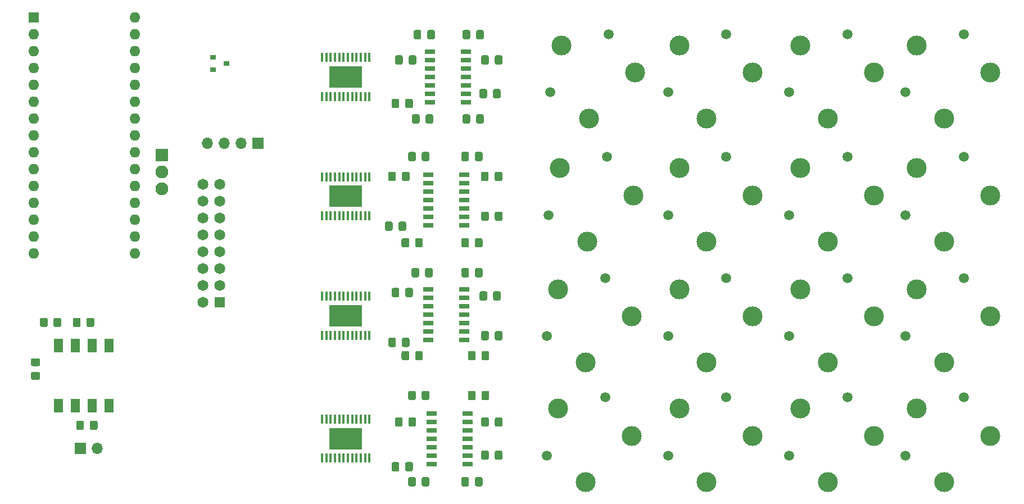
<source format=gbr>
%TF.GenerationSoftware,KiCad,Pcbnew,(5.1.7)-1*%
%TF.CreationDate,2021-02-27T14:43:54+01:00*%
%TF.ProjectId,MidiToCV,4d696469-546f-4435-962e-6b696361645f,rev?*%
%TF.SameCoordinates,Original*%
%TF.FileFunction,Soldermask,Top*%
%TF.FilePolarity,Negative*%
%FSLAX46Y46*%
G04 Gerber Fmt 4.6, Leading zero omitted, Abs format (unit mm)*
G04 Created by KiCad (PCBNEW (5.1.7)-1) date 2021-02-27 14:43:54*
%MOMM*%
%LPD*%
G01*
G04 APERTURE LIST*
%ADD10O,1.600000X1.600000*%
%ADD11R,1.600000X1.600000*%
%ADD12R,1.450000X2.100000*%
%ADD13O,1.700000X1.700000*%
%ADD14R,1.700000X1.700000*%
%ADD15C,1.500000*%
%ADD16C,3.000000*%
%ADD17C,1.935000*%
%ADD18R,1.935000X1.935000*%
%ADD19C,1.650000*%
%ADD20R,1.650000X1.650000*%
%ADD21R,0.900000X0.800000*%
%ADD22R,0.450000X1.475000*%
%ADD23R,5.020000X3.250000*%
%ADD24R,1.525000X0.650000*%
G04 APERTURE END LIST*
D10*
%TO.C,A1*%
X55240000Y-53560000D03*
X40000000Y-53560000D03*
X55240000Y-18000000D03*
X40000000Y-51020000D03*
X55240000Y-20540000D03*
X40000000Y-48480000D03*
X55240000Y-23080000D03*
X40000000Y-45940000D03*
X55240000Y-25620000D03*
X40000000Y-43400000D03*
X55240000Y-28160000D03*
X40000000Y-40860000D03*
X55240000Y-30700000D03*
X40000000Y-38320000D03*
X55240000Y-33240000D03*
X40000000Y-35780000D03*
X55240000Y-35780000D03*
X40000000Y-33240000D03*
X55240000Y-38320000D03*
X40000000Y-30700000D03*
X55240000Y-40860000D03*
X40000000Y-28160000D03*
X55240000Y-43400000D03*
X40000000Y-25620000D03*
X55240000Y-45940000D03*
X40000000Y-23080000D03*
X55240000Y-48480000D03*
X40000000Y-20540000D03*
X55240000Y-51020000D03*
D11*
X40000000Y-18000000D03*
%TD*%
D12*
%TO.C,U4*%
X43690000Y-67450000D03*
X46230000Y-67450000D03*
X48770000Y-67450000D03*
X51310000Y-67450000D03*
X51310000Y-76550000D03*
X48770000Y-76550000D03*
X46230000Y-76550000D03*
X43690000Y-76550000D03*
%TD*%
D13*
%TO.C,J19*%
X66130000Y-37000000D03*
X68670000Y-37000000D03*
X71210000Y-37000000D03*
D14*
X73750000Y-37000000D03*
%TD*%
D15*
%TO.C,J8*%
X171290000Y-47820000D03*
D16*
X177110000Y-51800000D03*
X184050000Y-44860000D03*
D15*
X180070000Y-39040000D03*
D16*
X173000000Y-40750000D03*
%TD*%
D15*
%TO.C,J16*%
X171290000Y-84070000D03*
D16*
X177110000Y-88050000D03*
X184050000Y-81110000D03*
D15*
X180070000Y-75290000D03*
D16*
X173000000Y-77000000D03*
%TD*%
D15*
%TO.C,J15*%
X153790000Y-84070000D03*
D16*
X159610000Y-88050000D03*
X166550000Y-81110000D03*
D15*
X162570000Y-75290000D03*
D16*
X155500000Y-77000000D03*
%TD*%
D15*
%TO.C,J13*%
X117290000Y-84070000D03*
D16*
X123110000Y-88050000D03*
X130050000Y-81110000D03*
D15*
X126070000Y-75290000D03*
D16*
X119000000Y-77000000D03*
%TD*%
D15*
%TO.C,J12*%
X171290000Y-66070000D03*
D16*
X177110000Y-70050000D03*
X184050000Y-63110000D03*
D15*
X180070000Y-57290000D03*
D16*
X173000000Y-59000000D03*
%TD*%
D15*
%TO.C,J11*%
X153790000Y-66070000D03*
D16*
X159610000Y-70050000D03*
X166550000Y-63110000D03*
D15*
X162570000Y-57290000D03*
D16*
X155500000Y-59000000D03*
%TD*%
D15*
%TO.C,J9*%
X117290000Y-66070000D03*
D16*
X123110000Y-70050000D03*
X130050000Y-63110000D03*
D15*
X126070000Y-57290000D03*
D16*
X119000000Y-59000000D03*
%TD*%
D15*
%TO.C,J7*%
X153790000Y-47820000D03*
D16*
X159610000Y-51800000D03*
X166550000Y-44860000D03*
D15*
X162570000Y-39040000D03*
D16*
X155500000Y-40750000D03*
%TD*%
D15*
%TO.C,J5*%
X117540000Y-47820000D03*
D16*
X123360000Y-51800000D03*
X130300000Y-44860000D03*
D15*
X126320000Y-39040000D03*
D16*
X119250000Y-40750000D03*
%TD*%
D15*
%TO.C,J4*%
X171290000Y-29320000D03*
D16*
X177110000Y-33300000D03*
X184050000Y-26360000D03*
D15*
X180070000Y-20540000D03*
D16*
X173000000Y-22250000D03*
%TD*%
D15*
%TO.C,J1*%
X117790000Y-29320000D03*
D16*
X123610000Y-33300000D03*
X130550000Y-26360000D03*
D15*
X126570000Y-20540000D03*
D16*
X119500000Y-22250000D03*
%TD*%
D15*
%TO.C,J3*%
X153790000Y-29320000D03*
D16*
X159610000Y-33300000D03*
X166550000Y-26360000D03*
D15*
X162570000Y-20540000D03*
D16*
X155500000Y-22250000D03*
%TD*%
D17*
%TO.C,Q1*%
X59250000Y-43830000D03*
X59250000Y-41290000D03*
D18*
X59250000Y-38750000D03*
%TD*%
%TO.C,R34*%
G36*
G01*
X47050000Y-63549999D02*
X47050000Y-64450001D01*
G75*
G02*
X46800001Y-64700000I-249999J0D01*
G01*
X46149999Y-64700000D01*
G75*
G02*
X45900000Y-64450001I0J249999D01*
G01*
X45900000Y-63549999D01*
G75*
G02*
X46149999Y-63300000I249999J0D01*
G01*
X46800001Y-63300000D01*
G75*
G02*
X47050000Y-63549999I0J-249999D01*
G01*
G37*
G36*
G01*
X49100000Y-63549999D02*
X49100000Y-64450001D01*
G75*
G02*
X48850001Y-64700000I-249999J0D01*
G01*
X48199999Y-64700000D01*
G75*
G02*
X47950000Y-64450001I0J249999D01*
G01*
X47950000Y-63549999D01*
G75*
G02*
X48199999Y-63300000I249999J0D01*
G01*
X48850001Y-63300000D01*
G75*
G02*
X49100000Y-63549999I0J-249999D01*
G01*
G37*
%TD*%
%TO.C,R33*%
G36*
G01*
X40700001Y-70575000D02*
X39799999Y-70575000D01*
G75*
G02*
X39550000Y-70325001I0J249999D01*
G01*
X39550000Y-69674999D01*
G75*
G02*
X39799999Y-69425000I249999J0D01*
G01*
X40700001Y-69425000D01*
G75*
G02*
X40950000Y-69674999I0J-249999D01*
G01*
X40950000Y-70325001D01*
G75*
G02*
X40700001Y-70575000I-249999J0D01*
G01*
G37*
G36*
G01*
X40700001Y-72625000D02*
X39799999Y-72625000D01*
G75*
G02*
X39550000Y-72375001I0J249999D01*
G01*
X39550000Y-71724999D01*
G75*
G02*
X39799999Y-71475000I249999J0D01*
G01*
X40700001Y-71475000D01*
G75*
G02*
X40950000Y-71724999I0J-249999D01*
G01*
X40950000Y-72375001D01*
G75*
G02*
X40700001Y-72625000I-249999J0D01*
G01*
G37*
%TD*%
D13*
%TO.C,J18*%
X49540000Y-83000000D03*
D14*
X47000000Y-83000000D03*
%TD*%
D19*
%TO.C,J17*%
X65460000Y-43220000D03*
X68000000Y-43220000D03*
X65460000Y-45760000D03*
X68000000Y-45760000D03*
X65460000Y-48300000D03*
X68000000Y-48300000D03*
X65460000Y-50840000D03*
X68000000Y-50840000D03*
X65460000Y-53380000D03*
X68000000Y-53380000D03*
X65460000Y-55920000D03*
X68000000Y-55920000D03*
X65460000Y-58460000D03*
X68000000Y-58460000D03*
X65460000Y-61000000D03*
D20*
X68000000Y-61000000D03*
%TD*%
%TO.C,D1*%
G36*
G01*
X48450000Y-79950001D02*
X48450000Y-79049999D01*
G75*
G02*
X48699999Y-78800000I249999J0D01*
G01*
X49350001Y-78800000D01*
G75*
G02*
X49600000Y-79049999I0J-249999D01*
G01*
X49600000Y-79950001D01*
G75*
G02*
X49350001Y-80200000I-249999J0D01*
G01*
X48699999Y-80200000D01*
G75*
G02*
X48450000Y-79950001I0J249999D01*
G01*
G37*
G36*
G01*
X46400000Y-79950001D02*
X46400000Y-79049999D01*
G75*
G02*
X46649999Y-78800000I249999J0D01*
G01*
X47300001Y-78800000D01*
G75*
G02*
X47550000Y-79049999I0J-249999D01*
G01*
X47550000Y-79950001D01*
G75*
G02*
X47300001Y-80200000I-249999J0D01*
G01*
X46649999Y-80200000D01*
G75*
G02*
X46400000Y-79950001I0J249999D01*
G01*
G37*
%TD*%
%TO.C,C1*%
G36*
G01*
X42975000Y-64450001D02*
X42975000Y-63549999D01*
G75*
G02*
X43224999Y-63300000I249999J0D01*
G01*
X43875001Y-63300000D01*
G75*
G02*
X44125000Y-63549999I0J-249999D01*
G01*
X44125000Y-64450001D01*
G75*
G02*
X43875001Y-64700000I-249999J0D01*
G01*
X43224999Y-64700000D01*
G75*
G02*
X42975000Y-64450001I0J249999D01*
G01*
G37*
G36*
G01*
X40925000Y-64450001D02*
X40925000Y-63549999D01*
G75*
G02*
X41174999Y-63300000I249999J0D01*
G01*
X41825001Y-63300000D01*
G75*
G02*
X42075000Y-63549999I0J-249999D01*
G01*
X42075000Y-64450001D01*
G75*
G02*
X41825001Y-64700000I-249999J0D01*
G01*
X41174999Y-64700000D01*
G75*
G02*
X40925000Y-64450001I0J249999D01*
G01*
G37*
%TD*%
D21*
%TO.C,U2*%
X69000000Y-25000000D03*
X67000000Y-25950000D03*
X67000000Y-24050000D03*
%TD*%
D22*
%TO.C,IC4*%
X90575000Y-78562000D03*
X89925000Y-78562000D03*
X89275000Y-78562000D03*
X88625000Y-78562000D03*
X87975000Y-78562000D03*
X87325000Y-78562000D03*
X86675000Y-78562000D03*
X86025000Y-78562000D03*
X85375000Y-78562000D03*
X84725000Y-78562000D03*
X84075000Y-78562000D03*
X83425000Y-78562000D03*
X83425000Y-84438000D03*
X84075000Y-84438000D03*
X84725000Y-84438000D03*
X85375000Y-84438000D03*
X86025000Y-84438000D03*
X86675000Y-84438000D03*
X87325000Y-84438000D03*
X87975000Y-84438000D03*
X88625000Y-84438000D03*
X89275000Y-84438000D03*
X89925000Y-84438000D03*
X90575000Y-84438000D03*
D23*
X87000000Y-81500000D03*
%TD*%
D22*
%TO.C,IC3*%
X90575000Y-60062000D03*
X89925000Y-60062000D03*
X89275000Y-60062000D03*
X88625000Y-60062000D03*
X87975000Y-60062000D03*
X87325000Y-60062000D03*
X86675000Y-60062000D03*
X86025000Y-60062000D03*
X85375000Y-60062000D03*
X84725000Y-60062000D03*
X84075000Y-60062000D03*
X83425000Y-60062000D03*
X83425000Y-65938000D03*
X84075000Y-65938000D03*
X84725000Y-65938000D03*
X85375000Y-65938000D03*
X86025000Y-65938000D03*
X86675000Y-65938000D03*
X87325000Y-65938000D03*
X87975000Y-65938000D03*
X88625000Y-65938000D03*
X89275000Y-65938000D03*
X89925000Y-65938000D03*
X90575000Y-65938000D03*
D23*
X87000000Y-63000000D03*
%TD*%
D22*
%TO.C,IC2*%
X90575000Y-42062000D03*
X89925000Y-42062000D03*
X89275000Y-42062000D03*
X88625000Y-42062000D03*
X87975000Y-42062000D03*
X87325000Y-42062000D03*
X86675000Y-42062000D03*
X86025000Y-42062000D03*
X85375000Y-42062000D03*
X84725000Y-42062000D03*
X84075000Y-42062000D03*
X83425000Y-42062000D03*
X83425000Y-47938000D03*
X84075000Y-47938000D03*
X84725000Y-47938000D03*
X85375000Y-47938000D03*
X86025000Y-47938000D03*
X86675000Y-47938000D03*
X87325000Y-47938000D03*
X87975000Y-47938000D03*
X88625000Y-47938000D03*
X89275000Y-47938000D03*
X89925000Y-47938000D03*
X90575000Y-47938000D03*
D23*
X87000000Y-45000000D03*
%TD*%
D22*
%TO.C,IC1*%
X90575000Y-24062000D03*
X89925000Y-24062000D03*
X89275000Y-24062000D03*
X88625000Y-24062000D03*
X87975000Y-24062000D03*
X87325000Y-24062000D03*
X86675000Y-24062000D03*
X86025000Y-24062000D03*
X85375000Y-24062000D03*
X84725000Y-24062000D03*
X84075000Y-24062000D03*
X83425000Y-24062000D03*
X83425000Y-29938000D03*
X84075000Y-29938000D03*
X84725000Y-29938000D03*
X85375000Y-29938000D03*
X86025000Y-29938000D03*
X86675000Y-29938000D03*
X87325000Y-29938000D03*
X87975000Y-29938000D03*
X88625000Y-29938000D03*
X89275000Y-29938000D03*
X89925000Y-29938000D03*
X90575000Y-29938000D03*
D23*
X87000000Y-27000000D03*
%TD*%
D24*
%TO.C,U7*%
X99893000Y-77705000D03*
X99893000Y-78975000D03*
X99893000Y-80245000D03*
X99893000Y-81515000D03*
X99893000Y-82785000D03*
X99893000Y-84055000D03*
X99893000Y-85325000D03*
X105317000Y-85325000D03*
X105317000Y-84055000D03*
X105317000Y-82785000D03*
X105317000Y-81515000D03*
X105317000Y-80245000D03*
X105317000Y-78975000D03*
X105317000Y-77705000D03*
%TD*%
%TO.C,U5*%
X99413000Y-58975000D03*
X99413000Y-60245000D03*
X99413000Y-61515000D03*
X99413000Y-62785000D03*
X99413000Y-64055000D03*
X99413000Y-65325000D03*
X99413000Y-66595000D03*
X104837000Y-66595000D03*
X104837000Y-65325000D03*
X104837000Y-64055000D03*
X104837000Y-62785000D03*
X104837000Y-61515000D03*
X104837000Y-60245000D03*
X104837000Y-58975000D03*
%TD*%
%TO.C,U3*%
X99413000Y-41705000D03*
X99413000Y-42975000D03*
X99413000Y-44245000D03*
X99413000Y-45515000D03*
X99413000Y-46785000D03*
X99413000Y-48055000D03*
X99413000Y-49325000D03*
X104837000Y-49325000D03*
X104837000Y-48055000D03*
X104837000Y-46785000D03*
X104837000Y-45515000D03*
X104837000Y-44245000D03*
X104837000Y-42975000D03*
X104837000Y-41705000D03*
%TD*%
%TO.C,R32*%
G36*
G01*
X108550000Y-83549999D02*
X108550000Y-84450001D01*
G75*
G02*
X108300001Y-84700000I-249999J0D01*
G01*
X107649999Y-84700000D01*
G75*
G02*
X107400000Y-84450001I0J249999D01*
G01*
X107400000Y-83549999D01*
G75*
G02*
X107649999Y-83300000I249999J0D01*
G01*
X108300001Y-83300000D01*
G75*
G02*
X108550000Y-83549999I0J-249999D01*
G01*
G37*
G36*
G01*
X110600000Y-83549999D02*
X110600000Y-84450001D01*
G75*
G02*
X110350001Y-84700000I-249999J0D01*
G01*
X109699999Y-84700000D01*
G75*
G02*
X109450000Y-84450001I0J249999D01*
G01*
X109450000Y-83549999D01*
G75*
G02*
X109699999Y-83300000I249999J0D01*
G01*
X110350001Y-83300000D01*
G75*
G02*
X110600000Y-83549999I0J-249999D01*
G01*
G37*
%TD*%
%TO.C,R31*%
G36*
G01*
X109450000Y-79450001D02*
X109450000Y-78549999D01*
G75*
G02*
X109699999Y-78300000I249999J0D01*
G01*
X110350001Y-78300000D01*
G75*
G02*
X110600000Y-78549999I0J-249999D01*
G01*
X110600000Y-79450001D01*
G75*
G02*
X110350001Y-79700000I-249999J0D01*
G01*
X109699999Y-79700000D01*
G75*
G02*
X109450000Y-79450001I0J249999D01*
G01*
G37*
G36*
G01*
X107400000Y-79450001D02*
X107400000Y-78549999D01*
G75*
G02*
X107649999Y-78300000I249999J0D01*
G01*
X108300001Y-78300000D01*
G75*
G02*
X108550000Y-78549999I0J-249999D01*
G01*
X108550000Y-79450001D01*
G75*
G02*
X108300001Y-79700000I-249999J0D01*
G01*
X107649999Y-79700000D01*
G75*
G02*
X107400000Y-79450001I0J249999D01*
G01*
G37*
%TD*%
%TO.C,R30*%
G36*
G01*
X106450000Y-88450001D02*
X106450000Y-87549999D01*
G75*
G02*
X106699999Y-87300000I249999J0D01*
G01*
X107350001Y-87300000D01*
G75*
G02*
X107600000Y-87549999I0J-249999D01*
G01*
X107600000Y-88450001D01*
G75*
G02*
X107350001Y-88700000I-249999J0D01*
G01*
X106699999Y-88700000D01*
G75*
G02*
X106450000Y-88450001I0J249999D01*
G01*
G37*
G36*
G01*
X104400000Y-88450001D02*
X104400000Y-87549999D01*
G75*
G02*
X104649999Y-87300000I249999J0D01*
G01*
X105300001Y-87300000D01*
G75*
G02*
X105550000Y-87549999I0J-249999D01*
G01*
X105550000Y-88450001D01*
G75*
G02*
X105300001Y-88700000I-249999J0D01*
G01*
X104649999Y-88700000D01*
G75*
G02*
X104400000Y-88450001I0J249999D01*
G01*
G37*
%TD*%
%TO.C,R29*%
G36*
G01*
X106550000Y-74549999D02*
X106550000Y-75450001D01*
G75*
G02*
X106300001Y-75700000I-249999J0D01*
G01*
X105649999Y-75700000D01*
G75*
G02*
X105400000Y-75450001I0J249999D01*
G01*
X105400000Y-74549999D01*
G75*
G02*
X105649999Y-74300000I249999J0D01*
G01*
X106300001Y-74300000D01*
G75*
G02*
X106550000Y-74549999I0J-249999D01*
G01*
G37*
G36*
G01*
X108600000Y-74549999D02*
X108600000Y-75450001D01*
G75*
G02*
X108350001Y-75700000I-249999J0D01*
G01*
X107699999Y-75700000D01*
G75*
G02*
X107450000Y-75450001I0J249999D01*
G01*
X107450000Y-74549999D01*
G75*
G02*
X107699999Y-74300000I249999J0D01*
G01*
X108350001Y-74300000D01*
G75*
G02*
X108600000Y-74549999I0J-249999D01*
G01*
G37*
%TD*%
%TO.C,R28*%
G36*
G01*
X98450000Y-75450001D02*
X98450000Y-74549999D01*
G75*
G02*
X98699999Y-74300000I249999J0D01*
G01*
X99350001Y-74300000D01*
G75*
G02*
X99600000Y-74549999I0J-249999D01*
G01*
X99600000Y-75450001D01*
G75*
G02*
X99350001Y-75700000I-249999J0D01*
G01*
X98699999Y-75700000D01*
G75*
G02*
X98450000Y-75450001I0J249999D01*
G01*
G37*
G36*
G01*
X96400000Y-75450001D02*
X96400000Y-74549999D01*
G75*
G02*
X96649999Y-74300000I249999J0D01*
G01*
X97300001Y-74300000D01*
G75*
G02*
X97550000Y-74549999I0J-249999D01*
G01*
X97550000Y-75450001D01*
G75*
G02*
X97300001Y-75700000I-249999J0D01*
G01*
X96649999Y-75700000D01*
G75*
G02*
X96400000Y-75450001I0J249999D01*
G01*
G37*
%TD*%
%TO.C,R27*%
G36*
G01*
X97550000Y-87549999D02*
X97550000Y-88450001D01*
G75*
G02*
X97300001Y-88700000I-249999J0D01*
G01*
X96649999Y-88700000D01*
G75*
G02*
X96400000Y-88450001I0J249999D01*
G01*
X96400000Y-87549999D01*
G75*
G02*
X96649999Y-87300000I249999J0D01*
G01*
X97300001Y-87300000D01*
G75*
G02*
X97550000Y-87549999I0J-249999D01*
G01*
G37*
G36*
G01*
X99600000Y-87549999D02*
X99600000Y-88450001D01*
G75*
G02*
X99350001Y-88700000I-249999J0D01*
G01*
X98699999Y-88700000D01*
G75*
G02*
X98450000Y-88450001I0J249999D01*
G01*
X98450000Y-87549999D01*
G75*
G02*
X98699999Y-87300000I249999J0D01*
G01*
X99350001Y-87300000D01*
G75*
G02*
X99600000Y-87549999I0J-249999D01*
G01*
G37*
%TD*%
%TO.C,R26*%
G36*
G01*
X96450000Y-79450001D02*
X96450000Y-78549999D01*
G75*
G02*
X96699999Y-78300000I249999J0D01*
G01*
X97350001Y-78300000D01*
G75*
G02*
X97600000Y-78549999I0J-249999D01*
G01*
X97600000Y-79450001D01*
G75*
G02*
X97350001Y-79700000I-249999J0D01*
G01*
X96699999Y-79700000D01*
G75*
G02*
X96450000Y-79450001I0J249999D01*
G01*
G37*
G36*
G01*
X94400000Y-79450001D02*
X94400000Y-78549999D01*
G75*
G02*
X94649999Y-78300000I249999J0D01*
G01*
X95300001Y-78300000D01*
G75*
G02*
X95550000Y-78549999I0J-249999D01*
G01*
X95550000Y-79450001D01*
G75*
G02*
X95300001Y-79700000I-249999J0D01*
G01*
X94649999Y-79700000D01*
G75*
G02*
X94400000Y-79450001I0J249999D01*
G01*
G37*
%TD*%
%TO.C,R25*%
G36*
G01*
X95050000Y-85299999D02*
X95050000Y-86200001D01*
G75*
G02*
X94800001Y-86450000I-249999J0D01*
G01*
X94149999Y-86450000D01*
G75*
G02*
X93900000Y-86200001I0J249999D01*
G01*
X93900000Y-85299999D01*
G75*
G02*
X94149999Y-85050000I249999J0D01*
G01*
X94800001Y-85050000D01*
G75*
G02*
X95050000Y-85299999I0J-249999D01*
G01*
G37*
G36*
G01*
X97100000Y-85299999D02*
X97100000Y-86200001D01*
G75*
G02*
X96850001Y-86450000I-249999J0D01*
G01*
X96199999Y-86450000D01*
G75*
G02*
X95950000Y-86200001I0J249999D01*
G01*
X95950000Y-85299999D01*
G75*
G02*
X96199999Y-85050000I249999J0D01*
G01*
X96850001Y-85050000D01*
G75*
G02*
X97100000Y-85299999I0J-249999D01*
G01*
G37*
%TD*%
%TO.C,R24*%
G36*
G01*
X108550000Y-65549999D02*
X108550000Y-66450001D01*
G75*
G02*
X108300001Y-66700000I-249999J0D01*
G01*
X107649999Y-66700000D01*
G75*
G02*
X107400000Y-66450001I0J249999D01*
G01*
X107400000Y-65549999D01*
G75*
G02*
X107649999Y-65300000I249999J0D01*
G01*
X108300001Y-65300000D01*
G75*
G02*
X108550000Y-65549999I0J-249999D01*
G01*
G37*
G36*
G01*
X110600000Y-65549999D02*
X110600000Y-66450001D01*
G75*
G02*
X110350001Y-66700000I-249999J0D01*
G01*
X109699999Y-66700000D01*
G75*
G02*
X109450000Y-66450001I0J249999D01*
G01*
X109450000Y-65549999D01*
G75*
G02*
X109699999Y-65300000I249999J0D01*
G01*
X110350001Y-65300000D01*
G75*
G02*
X110600000Y-65549999I0J-249999D01*
G01*
G37*
%TD*%
%TO.C,R23*%
G36*
G01*
X109200000Y-60450001D02*
X109200000Y-59549999D01*
G75*
G02*
X109449999Y-59300000I249999J0D01*
G01*
X110100001Y-59300000D01*
G75*
G02*
X110350000Y-59549999I0J-249999D01*
G01*
X110350000Y-60450001D01*
G75*
G02*
X110100001Y-60700000I-249999J0D01*
G01*
X109449999Y-60700000D01*
G75*
G02*
X109200000Y-60450001I0J249999D01*
G01*
G37*
G36*
G01*
X107150000Y-60450001D02*
X107150000Y-59549999D01*
G75*
G02*
X107399999Y-59300000I249999J0D01*
G01*
X108050001Y-59300000D01*
G75*
G02*
X108300000Y-59549999I0J-249999D01*
G01*
X108300000Y-60450001D01*
G75*
G02*
X108050001Y-60700000I-249999J0D01*
G01*
X107399999Y-60700000D01*
G75*
G02*
X107150000Y-60450001I0J249999D01*
G01*
G37*
%TD*%
%TO.C,R22*%
G36*
G01*
X107450000Y-69450001D02*
X107450000Y-68549999D01*
G75*
G02*
X107699999Y-68300000I249999J0D01*
G01*
X108350001Y-68300000D01*
G75*
G02*
X108600000Y-68549999I0J-249999D01*
G01*
X108600000Y-69450001D01*
G75*
G02*
X108350001Y-69700000I-249999J0D01*
G01*
X107699999Y-69700000D01*
G75*
G02*
X107450000Y-69450001I0J249999D01*
G01*
G37*
G36*
G01*
X105400000Y-69450001D02*
X105400000Y-68549999D01*
G75*
G02*
X105649999Y-68300000I249999J0D01*
G01*
X106300001Y-68300000D01*
G75*
G02*
X106550000Y-68549999I0J-249999D01*
G01*
X106550000Y-69450001D01*
G75*
G02*
X106300001Y-69700000I-249999J0D01*
G01*
X105649999Y-69700000D01*
G75*
G02*
X105400000Y-69450001I0J249999D01*
G01*
G37*
%TD*%
%TO.C,R21*%
G36*
G01*
X105550000Y-56049999D02*
X105550000Y-56950001D01*
G75*
G02*
X105300001Y-57200000I-249999J0D01*
G01*
X104649999Y-57200000D01*
G75*
G02*
X104400000Y-56950001I0J249999D01*
G01*
X104400000Y-56049999D01*
G75*
G02*
X104649999Y-55800000I249999J0D01*
G01*
X105300001Y-55800000D01*
G75*
G02*
X105550000Y-56049999I0J-249999D01*
G01*
G37*
G36*
G01*
X107600000Y-56049999D02*
X107600000Y-56950001D01*
G75*
G02*
X107350001Y-57200000I-249999J0D01*
G01*
X106699999Y-57200000D01*
G75*
G02*
X106450000Y-56950001I0J249999D01*
G01*
X106450000Y-56049999D01*
G75*
G02*
X106699999Y-55800000I249999J0D01*
G01*
X107350001Y-55800000D01*
G75*
G02*
X107600000Y-56049999I0J-249999D01*
G01*
G37*
%TD*%
%TO.C,R20*%
G36*
G01*
X98950000Y-56950001D02*
X98950000Y-56049999D01*
G75*
G02*
X99199999Y-55800000I249999J0D01*
G01*
X99850001Y-55800000D01*
G75*
G02*
X100100000Y-56049999I0J-249999D01*
G01*
X100100000Y-56950001D01*
G75*
G02*
X99850001Y-57200000I-249999J0D01*
G01*
X99199999Y-57200000D01*
G75*
G02*
X98950000Y-56950001I0J249999D01*
G01*
G37*
G36*
G01*
X96900000Y-56950001D02*
X96900000Y-56049999D01*
G75*
G02*
X97149999Y-55800000I249999J0D01*
G01*
X97800001Y-55800000D01*
G75*
G02*
X98050000Y-56049999I0J-249999D01*
G01*
X98050000Y-56950001D01*
G75*
G02*
X97800001Y-57200000I-249999J0D01*
G01*
X97149999Y-57200000D01*
G75*
G02*
X96900000Y-56950001I0J249999D01*
G01*
G37*
%TD*%
%TO.C,R19*%
G36*
G01*
X96550000Y-68549999D02*
X96550000Y-69450001D01*
G75*
G02*
X96300001Y-69700000I-249999J0D01*
G01*
X95649999Y-69700000D01*
G75*
G02*
X95400000Y-69450001I0J249999D01*
G01*
X95400000Y-68549999D01*
G75*
G02*
X95649999Y-68300000I249999J0D01*
G01*
X96300001Y-68300000D01*
G75*
G02*
X96550000Y-68549999I0J-249999D01*
G01*
G37*
G36*
G01*
X98600000Y-68549999D02*
X98600000Y-69450001D01*
G75*
G02*
X98350001Y-69700000I-249999J0D01*
G01*
X97699999Y-69700000D01*
G75*
G02*
X97450000Y-69450001I0J249999D01*
G01*
X97450000Y-68549999D01*
G75*
G02*
X97699999Y-68300000I249999J0D01*
G01*
X98350001Y-68300000D01*
G75*
G02*
X98600000Y-68549999I0J-249999D01*
G01*
G37*
%TD*%
%TO.C,R18*%
G36*
G01*
X95950000Y-59950001D02*
X95950000Y-59049999D01*
G75*
G02*
X96199999Y-58800000I249999J0D01*
G01*
X96850001Y-58800000D01*
G75*
G02*
X97100000Y-59049999I0J-249999D01*
G01*
X97100000Y-59950001D01*
G75*
G02*
X96850001Y-60200000I-249999J0D01*
G01*
X96199999Y-60200000D01*
G75*
G02*
X95950000Y-59950001I0J249999D01*
G01*
G37*
G36*
G01*
X93900000Y-59950001D02*
X93900000Y-59049999D01*
G75*
G02*
X94149999Y-58800000I249999J0D01*
G01*
X94800001Y-58800000D01*
G75*
G02*
X95050000Y-59049999I0J-249999D01*
G01*
X95050000Y-59950001D01*
G75*
G02*
X94800001Y-60200000I-249999J0D01*
G01*
X94149999Y-60200000D01*
G75*
G02*
X93900000Y-59950001I0J249999D01*
G01*
G37*
%TD*%
%TO.C,R17*%
G36*
G01*
X94550000Y-66549999D02*
X94550000Y-67450001D01*
G75*
G02*
X94300001Y-67700000I-249999J0D01*
G01*
X93649999Y-67700000D01*
G75*
G02*
X93400000Y-67450001I0J249999D01*
G01*
X93400000Y-66549999D01*
G75*
G02*
X93649999Y-66300000I249999J0D01*
G01*
X94300001Y-66300000D01*
G75*
G02*
X94550000Y-66549999I0J-249999D01*
G01*
G37*
G36*
G01*
X96600000Y-66549999D02*
X96600000Y-67450001D01*
G75*
G02*
X96350001Y-67700000I-249999J0D01*
G01*
X95699999Y-67700000D01*
G75*
G02*
X95450000Y-67450001I0J249999D01*
G01*
X95450000Y-66549999D01*
G75*
G02*
X95699999Y-66300000I249999J0D01*
G01*
X96350001Y-66300000D01*
G75*
G02*
X96600000Y-66549999I0J-249999D01*
G01*
G37*
%TD*%
%TO.C,R16*%
G36*
G01*
X108550000Y-47549999D02*
X108550000Y-48450001D01*
G75*
G02*
X108300001Y-48700000I-249999J0D01*
G01*
X107649999Y-48700000D01*
G75*
G02*
X107400000Y-48450001I0J249999D01*
G01*
X107400000Y-47549999D01*
G75*
G02*
X107649999Y-47300000I249999J0D01*
G01*
X108300001Y-47300000D01*
G75*
G02*
X108550000Y-47549999I0J-249999D01*
G01*
G37*
G36*
G01*
X110600000Y-47549999D02*
X110600000Y-48450001D01*
G75*
G02*
X110350001Y-48700000I-249999J0D01*
G01*
X109699999Y-48700000D01*
G75*
G02*
X109450000Y-48450001I0J249999D01*
G01*
X109450000Y-47549999D01*
G75*
G02*
X109699999Y-47300000I249999J0D01*
G01*
X110350001Y-47300000D01*
G75*
G02*
X110600000Y-47549999I0J-249999D01*
G01*
G37*
%TD*%
%TO.C,R15*%
G36*
G01*
X109425000Y-42450001D02*
X109425000Y-41549999D01*
G75*
G02*
X109674999Y-41300000I249999J0D01*
G01*
X110325001Y-41300000D01*
G75*
G02*
X110575000Y-41549999I0J-249999D01*
G01*
X110575000Y-42450001D01*
G75*
G02*
X110325001Y-42700000I-249999J0D01*
G01*
X109674999Y-42700000D01*
G75*
G02*
X109425000Y-42450001I0J249999D01*
G01*
G37*
G36*
G01*
X107375000Y-42450001D02*
X107375000Y-41549999D01*
G75*
G02*
X107624999Y-41300000I249999J0D01*
G01*
X108275001Y-41300000D01*
G75*
G02*
X108525000Y-41549999I0J-249999D01*
G01*
X108525000Y-42450001D01*
G75*
G02*
X108275001Y-42700000I-249999J0D01*
G01*
X107624999Y-42700000D01*
G75*
G02*
X107375000Y-42450001I0J249999D01*
G01*
G37*
%TD*%
%TO.C,R14*%
G36*
G01*
X106450000Y-52450001D02*
X106450000Y-51549999D01*
G75*
G02*
X106699999Y-51300000I249999J0D01*
G01*
X107350001Y-51300000D01*
G75*
G02*
X107600000Y-51549999I0J-249999D01*
G01*
X107600000Y-52450001D01*
G75*
G02*
X107350001Y-52700000I-249999J0D01*
G01*
X106699999Y-52700000D01*
G75*
G02*
X106450000Y-52450001I0J249999D01*
G01*
G37*
G36*
G01*
X104400000Y-52450001D02*
X104400000Y-51549999D01*
G75*
G02*
X104649999Y-51300000I249999J0D01*
G01*
X105300001Y-51300000D01*
G75*
G02*
X105550000Y-51549999I0J-249999D01*
G01*
X105550000Y-52450001D01*
G75*
G02*
X105300001Y-52700000I-249999J0D01*
G01*
X104649999Y-52700000D01*
G75*
G02*
X104400000Y-52450001I0J249999D01*
G01*
G37*
%TD*%
%TO.C,R13*%
G36*
G01*
X105550000Y-38549999D02*
X105550000Y-39450001D01*
G75*
G02*
X105300001Y-39700000I-249999J0D01*
G01*
X104649999Y-39700000D01*
G75*
G02*
X104400000Y-39450001I0J249999D01*
G01*
X104400000Y-38549999D01*
G75*
G02*
X104649999Y-38300000I249999J0D01*
G01*
X105300001Y-38300000D01*
G75*
G02*
X105550000Y-38549999I0J-249999D01*
G01*
G37*
G36*
G01*
X107600000Y-38549999D02*
X107600000Y-39450001D01*
G75*
G02*
X107350001Y-39700000I-249999J0D01*
G01*
X106699999Y-39700000D01*
G75*
G02*
X106450000Y-39450001I0J249999D01*
G01*
X106450000Y-38549999D01*
G75*
G02*
X106699999Y-38300000I249999J0D01*
G01*
X107350001Y-38300000D01*
G75*
G02*
X107600000Y-38549999I0J-249999D01*
G01*
G37*
%TD*%
%TO.C,R12*%
G36*
G01*
X98450000Y-39450001D02*
X98450000Y-38549999D01*
G75*
G02*
X98699999Y-38300000I249999J0D01*
G01*
X99350001Y-38300000D01*
G75*
G02*
X99600000Y-38549999I0J-249999D01*
G01*
X99600000Y-39450001D01*
G75*
G02*
X99350001Y-39700000I-249999J0D01*
G01*
X98699999Y-39700000D01*
G75*
G02*
X98450000Y-39450001I0J249999D01*
G01*
G37*
G36*
G01*
X96400000Y-39450001D02*
X96400000Y-38549999D01*
G75*
G02*
X96649999Y-38300000I249999J0D01*
G01*
X97300001Y-38300000D01*
G75*
G02*
X97550000Y-38549999I0J-249999D01*
G01*
X97550000Y-39450001D01*
G75*
G02*
X97300001Y-39700000I-249999J0D01*
G01*
X96649999Y-39700000D01*
G75*
G02*
X96400000Y-39450001I0J249999D01*
G01*
G37*
%TD*%
%TO.C,R11*%
G36*
G01*
X96550000Y-51549999D02*
X96550000Y-52450001D01*
G75*
G02*
X96300001Y-52700000I-249999J0D01*
G01*
X95649999Y-52700000D01*
G75*
G02*
X95400000Y-52450001I0J249999D01*
G01*
X95400000Y-51549999D01*
G75*
G02*
X95649999Y-51300000I249999J0D01*
G01*
X96300001Y-51300000D01*
G75*
G02*
X96550000Y-51549999I0J-249999D01*
G01*
G37*
G36*
G01*
X98600000Y-51549999D02*
X98600000Y-52450001D01*
G75*
G02*
X98350001Y-52700000I-249999J0D01*
G01*
X97699999Y-52700000D01*
G75*
G02*
X97450000Y-52450001I0J249999D01*
G01*
X97450000Y-51549999D01*
G75*
G02*
X97699999Y-51300000I249999J0D01*
G01*
X98350001Y-51300000D01*
G75*
G02*
X98600000Y-51549999I0J-249999D01*
G01*
G37*
%TD*%
%TO.C,R10*%
G36*
G01*
X95450000Y-42450001D02*
X95450000Y-41549999D01*
G75*
G02*
X95699999Y-41300000I249999J0D01*
G01*
X96350001Y-41300000D01*
G75*
G02*
X96600000Y-41549999I0J-249999D01*
G01*
X96600000Y-42450001D01*
G75*
G02*
X96350001Y-42700000I-249999J0D01*
G01*
X95699999Y-42700000D01*
G75*
G02*
X95450000Y-42450001I0J249999D01*
G01*
G37*
G36*
G01*
X93400000Y-42450001D02*
X93400000Y-41549999D01*
G75*
G02*
X93649999Y-41300000I249999J0D01*
G01*
X94300001Y-41300000D01*
G75*
G02*
X94550000Y-41549999I0J-249999D01*
G01*
X94550000Y-42450001D01*
G75*
G02*
X94300001Y-42700000I-249999J0D01*
G01*
X93649999Y-42700000D01*
G75*
G02*
X93400000Y-42450001I0J249999D01*
G01*
G37*
%TD*%
%TO.C,R9*%
G36*
G01*
X94050000Y-49049999D02*
X94050000Y-49950001D01*
G75*
G02*
X93800001Y-50200000I-249999J0D01*
G01*
X93149999Y-50200000D01*
G75*
G02*
X92900000Y-49950001I0J249999D01*
G01*
X92900000Y-49049999D01*
G75*
G02*
X93149999Y-48800000I249999J0D01*
G01*
X93800001Y-48800000D01*
G75*
G02*
X94050000Y-49049999I0J-249999D01*
G01*
G37*
G36*
G01*
X96100000Y-49049999D02*
X96100000Y-49950001D01*
G75*
G02*
X95850001Y-50200000I-249999J0D01*
G01*
X95199999Y-50200000D01*
G75*
G02*
X94950000Y-49950001I0J249999D01*
G01*
X94950000Y-49049999D01*
G75*
G02*
X95199999Y-48800000I249999J0D01*
G01*
X95850001Y-48800000D01*
G75*
G02*
X96100000Y-49049999I0J-249999D01*
G01*
G37*
%TD*%
%TO.C,U1*%
X99668000Y-23180000D03*
X99668000Y-24450000D03*
X99668000Y-25720000D03*
X99668000Y-26990000D03*
X99668000Y-28260000D03*
X99668000Y-29530000D03*
X99668000Y-30800000D03*
X105092000Y-30800000D03*
X105092000Y-29530000D03*
X105092000Y-28260000D03*
X105092000Y-26990000D03*
X105092000Y-25720000D03*
X105092000Y-24450000D03*
X105092000Y-23180000D03*
%TD*%
%TO.C,R8*%
G36*
G01*
X108280000Y-29079999D02*
X108280000Y-29980001D01*
G75*
G02*
X108030001Y-30230000I-249999J0D01*
G01*
X107379999Y-30230000D01*
G75*
G02*
X107130000Y-29980001I0J249999D01*
G01*
X107130000Y-29079999D01*
G75*
G02*
X107379999Y-28830000I249999J0D01*
G01*
X108030001Y-28830000D01*
G75*
G02*
X108280000Y-29079999I0J-249999D01*
G01*
G37*
G36*
G01*
X110330000Y-29079999D02*
X110330000Y-29980001D01*
G75*
G02*
X110080001Y-30230000I-249999J0D01*
G01*
X109429999Y-30230000D01*
G75*
G02*
X109180000Y-29980001I0J249999D01*
G01*
X109180000Y-29079999D01*
G75*
G02*
X109429999Y-28830000I249999J0D01*
G01*
X110080001Y-28830000D01*
G75*
G02*
X110330000Y-29079999I0J-249999D01*
G01*
G37*
%TD*%
%TO.C,R7*%
G36*
G01*
X106640000Y-33790001D02*
X106640000Y-32889999D01*
G75*
G02*
X106889999Y-32640000I249999J0D01*
G01*
X107540001Y-32640000D01*
G75*
G02*
X107790000Y-32889999I0J-249999D01*
G01*
X107790000Y-33790001D01*
G75*
G02*
X107540001Y-34040000I-249999J0D01*
G01*
X106889999Y-34040000D01*
G75*
G02*
X106640000Y-33790001I0J249999D01*
G01*
G37*
G36*
G01*
X104590000Y-33790001D02*
X104590000Y-32889999D01*
G75*
G02*
X104839999Y-32640000I249999J0D01*
G01*
X105490001Y-32640000D01*
G75*
G02*
X105740000Y-32889999I0J-249999D01*
G01*
X105740000Y-33790001D01*
G75*
G02*
X105490001Y-34040000I-249999J0D01*
G01*
X104839999Y-34040000D01*
G75*
G02*
X104590000Y-33790001I0J249999D01*
G01*
G37*
%TD*%
%TO.C,R6*%
G36*
G01*
X109450000Y-24900001D02*
X109450000Y-23999999D01*
G75*
G02*
X109699999Y-23750000I249999J0D01*
G01*
X110350001Y-23750000D01*
G75*
G02*
X110600000Y-23999999I0J-249999D01*
G01*
X110600000Y-24900001D01*
G75*
G02*
X110350001Y-25150000I-249999J0D01*
G01*
X109699999Y-25150000D01*
G75*
G02*
X109450000Y-24900001I0J249999D01*
G01*
G37*
G36*
G01*
X107400000Y-24900001D02*
X107400000Y-23999999D01*
G75*
G02*
X107649999Y-23750000I249999J0D01*
G01*
X108300001Y-23750000D01*
G75*
G02*
X108550000Y-23999999I0J-249999D01*
G01*
X108550000Y-24900001D01*
G75*
G02*
X108300001Y-25150000I-249999J0D01*
G01*
X107649999Y-25150000D01*
G75*
G02*
X107400000Y-24900001I0J249999D01*
G01*
G37*
%TD*%
%TO.C,R5*%
G36*
G01*
X105740000Y-20189999D02*
X105740000Y-21090001D01*
G75*
G02*
X105490001Y-21340000I-249999J0D01*
G01*
X104839999Y-21340000D01*
G75*
G02*
X104590000Y-21090001I0J249999D01*
G01*
X104590000Y-20189999D01*
G75*
G02*
X104839999Y-19940000I249999J0D01*
G01*
X105490001Y-19940000D01*
G75*
G02*
X105740000Y-20189999I0J-249999D01*
G01*
G37*
G36*
G01*
X107790000Y-20189999D02*
X107790000Y-21090001D01*
G75*
G02*
X107540001Y-21340000I-249999J0D01*
G01*
X106889999Y-21340000D01*
G75*
G02*
X106640000Y-21090001I0J249999D01*
G01*
X106640000Y-20189999D01*
G75*
G02*
X106889999Y-19940000I249999J0D01*
G01*
X107540001Y-19940000D01*
G75*
G02*
X107790000Y-20189999I0J-249999D01*
G01*
G37*
%TD*%
%TO.C,R4*%
G36*
G01*
X96480000Y-24900001D02*
X96480000Y-23999999D01*
G75*
G02*
X96729999Y-23750000I249999J0D01*
G01*
X97380001Y-23750000D01*
G75*
G02*
X97630000Y-23999999I0J-249999D01*
G01*
X97630000Y-24900001D01*
G75*
G02*
X97380001Y-25150000I-249999J0D01*
G01*
X96729999Y-25150000D01*
G75*
G02*
X96480000Y-24900001I0J249999D01*
G01*
G37*
G36*
G01*
X94430000Y-24900001D02*
X94430000Y-23999999D01*
G75*
G02*
X94679999Y-23750000I249999J0D01*
G01*
X95330001Y-23750000D01*
G75*
G02*
X95580000Y-23999999I0J-249999D01*
G01*
X95580000Y-24900001D01*
G75*
G02*
X95330001Y-25150000I-249999J0D01*
G01*
X94679999Y-25150000D01*
G75*
G02*
X94430000Y-24900001I0J249999D01*
G01*
G37*
%TD*%
%TO.C,R3*%
G36*
G01*
X95050000Y-30549999D02*
X95050000Y-31450001D01*
G75*
G02*
X94800001Y-31700000I-249999J0D01*
G01*
X94149999Y-31700000D01*
G75*
G02*
X93900000Y-31450001I0J249999D01*
G01*
X93900000Y-30549999D01*
G75*
G02*
X94149999Y-30300000I249999J0D01*
G01*
X94800001Y-30300000D01*
G75*
G02*
X95050000Y-30549999I0J-249999D01*
G01*
G37*
G36*
G01*
X97100000Y-30549999D02*
X97100000Y-31450001D01*
G75*
G02*
X96850001Y-31700000I-249999J0D01*
G01*
X96199999Y-31700000D01*
G75*
G02*
X95950000Y-31450001I0J249999D01*
G01*
X95950000Y-30549999D01*
G75*
G02*
X96199999Y-30300000I249999J0D01*
G01*
X96850001Y-30300000D01*
G75*
G02*
X97100000Y-30549999I0J-249999D01*
G01*
G37*
%TD*%
%TO.C,R2*%
G36*
G01*
X99265000Y-21090001D02*
X99265000Y-20189999D01*
G75*
G02*
X99514999Y-19940000I249999J0D01*
G01*
X100165001Y-19940000D01*
G75*
G02*
X100415000Y-20189999I0J-249999D01*
G01*
X100415000Y-21090001D01*
G75*
G02*
X100165001Y-21340000I-249999J0D01*
G01*
X99514999Y-21340000D01*
G75*
G02*
X99265000Y-21090001I0J249999D01*
G01*
G37*
G36*
G01*
X97215000Y-21090001D02*
X97215000Y-20189999D01*
G75*
G02*
X97464999Y-19940000I249999J0D01*
G01*
X98115001Y-19940000D01*
G75*
G02*
X98365000Y-20189999I0J-249999D01*
G01*
X98365000Y-21090001D01*
G75*
G02*
X98115001Y-21340000I-249999J0D01*
G01*
X97464999Y-21340000D01*
G75*
G02*
X97215000Y-21090001I0J249999D01*
G01*
G37*
%TD*%
%TO.C,R1*%
G36*
G01*
X98120000Y-32889999D02*
X98120000Y-33790001D01*
G75*
G02*
X97870001Y-34040000I-249999J0D01*
G01*
X97219999Y-34040000D01*
G75*
G02*
X96970000Y-33790001I0J249999D01*
G01*
X96970000Y-32889999D01*
G75*
G02*
X97219999Y-32640000I249999J0D01*
G01*
X97870001Y-32640000D01*
G75*
G02*
X98120000Y-32889999I0J-249999D01*
G01*
G37*
G36*
G01*
X100170000Y-32889999D02*
X100170000Y-33790001D01*
G75*
G02*
X99920001Y-34040000I-249999J0D01*
G01*
X99269999Y-34040000D01*
G75*
G02*
X99020000Y-33790001I0J249999D01*
G01*
X99020000Y-32889999D01*
G75*
G02*
X99269999Y-32640000I249999J0D01*
G01*
X99920001Y-32640000D01*
G75*
G02*
X100170000Y-32889999I0J-249999D01*
G01*
G37*
%TD*%
D16*
%TO.C,J2*%
X137250000Y-22250000D03*
D15*
X144320000Y-20540000D03*
D16*
X148300000Y-26360000D03*
X141360000Y-33300000D03*
D15*
X135540000Y-29320000D03*
%TD*%
%TO.C,J6*%
X135540000Y-47820000D03*
D16*
X141360000Y-51800000D03*
X148300000Y-44860000D03*
D15*
X144320000Y-39040000D03*
D16*
X137250000Y-40750000D03*
%TD*%
%TO.C,J10*%
X137250000Y-59000000D03*
D15*
X144320000Y-57290000D03*
D16*
X148300000Y-63110000D03*
X141360000Y-70050000D03*
D15*
X135540000Y-66070000D03*
%TD*%
%TO.C,J14*%
X135540000Y-84070000D03*
D16*
X141360000Y-88050000D03*
X148300000Y-81110000D03*
D15*
X144320000Y-75290000D03*
D16*
X137250000Y-77000000D03*
%TD*%
M02*

</source>
